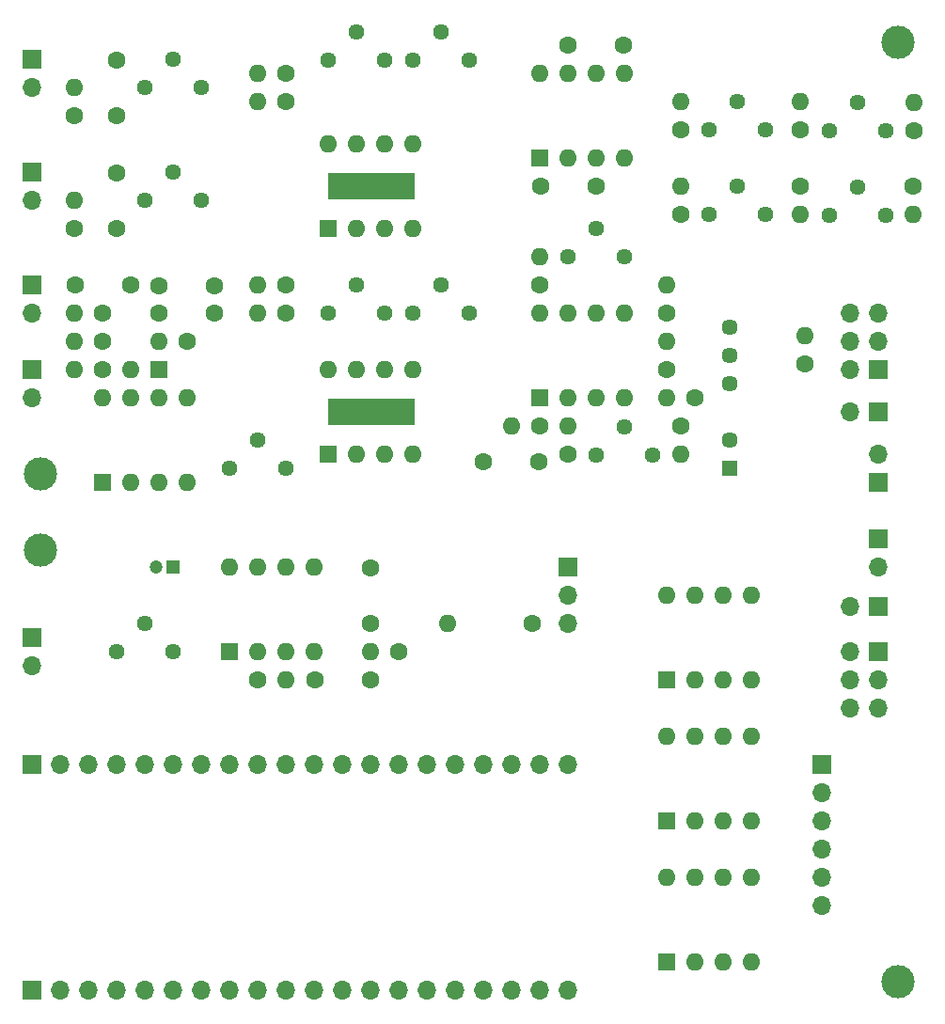
<source format=gbr>
%TF.GenerationSoftware,KiCad,Pcbnew,7.0.7*%
%TF.CreationDate,2023-11-02T14:39:43+09:00*%
%TF.ProjectId,tangnano20k-vectrex,74616e67-6e61-46e6-9f32-306b2d766563,rev?*%
%TF.SameCoordinates,Original*%
%TF.FileFunction,Soldermask,Bot*%
%TF.FilePolarity,Negative*%
%FSLAX46Y46*%
G04 Gerber Fmt 4.6, Leading zero omitted, Abs format (unit mm)*
G04 Created by KiCad (PCBNEW 7.0.7) date 2023-11-02 14:39:43*
%MOMM*%
%LPD*%
G01*
G04 APERTURE LIST*
%ADD10C,1.440000*%
%ADD11C,1.600000*%
%ADD12R,1.700000X1.700000*%
%ADD13O,1.700000X1.700000*%
%ADD14O,1.600000X1.600000*%
%ADD15R,1.600000X1.600000*%
%ADD16R,1.450000X1.450000*%
%ADD17C,1.450000*%
%ADD18R,7.874000X2.413000*%
%ADD19C,3.000000*%
%ADD20R,1.200000X1.200000*%
%ADD21C,1.200000*%
G04 APERTURE END LIST*
D10*
%TO.C,RV13*%
X20320000Y-41910000D03*
X22860000Y-39370000D03*
X25400000Y-41910000D03*
%TD*%
D11*
%TO.C,C26*%
X10160000Y-15320000D03*
X10160000Y-20320000D03*
%TD*%
D12*
%TO.C,J4*%
X78740000Y-48260000D03*
D13*
X78740000Y-50800000D03*
%TD*%
D11*
%TO.C,R25*%
X59690000Y-33020000D03*
D14*
X59690000Y-30480000D03*
%TD*%
D11*
%TO.C,R18*%
X62230000Y-35560000D03*
D14*
X59690000Y-35560000D03*
%TD*%
D12*
%TO.C,J11*%
X78740000Y-36830000D03*
D13*
X76200000Y-36830000D03*
%TD*%
D15*
%TO.C,U6*%
X48260000Y-13970000D03*
D14*
X50800000Y-13970000D03*
X53340000Y-13970000D03*
X55880000Y-13970000D03*
X55880000Y-6350000D03*
X53340000Y-6350000D03*
X50800000Y-6350000D03*
X48260000Y-6350000D03*
%TD*%
D11*
%TO.C,R4*%
X81930000Y-11505000D03*
D14*
X81930000Y-8965000D03*
%TD*%
D16*
%TO.C,PS1*%
X65405000Y-41910000D03*
D17*
X65405000Y-39370000D03*
X65405000Y-34290000D03*
X65405000Y-31750000D03*
X65405000Y-29210000D03*
%TD*%
D10*
%TO.C,RV7*%
X36830000Y-5155000D03*
X39370000Y-2615000D03*
X41910000Y-5155000D03*
%TD*%
D11*
%TO.C,R23*%
X8890000Y-30480000D03*
D14*
X6350000Y-30480000D03*
%TD*%
D12*
%TO.C,J7*%
X78740000Y-33020000D03*
D13*
X76200000Y-33020000D03*
X78740000Y-30480000D03*
X76200000Y-30480000D03*
X78740000Y-27940000D03*
X76200000Y-27940000D03*
%TD*%
D10*
%TO.C,RV12*%
X53355000Y-40715000D03*
X55895000Y-38175000D03*
X58435000Y-40715000D03*
%TD*%
D12*
%TO.C,J2*%
X2540000Y-88900000D03*
D13*
X5080000Y-88900000D03*
X7620000Y-88900000D03*
X10160000Y-88900000D03*
X12700000Y-88900000D03*
X15240000Y-88900000D03*
X17780000Y-88900000D03*
X20320000Y-88900000D03*
X22860000Y-88900000D03*
X25400000Y-88900000D03*
X27940000Y-88900000D03*
X30480000Y-88900000D03*
X33020000Y-88900000D03*
X35560000Y-88900000D03*
X38100000Y-88900000D03*
X40640000Y-88900000D03*
X43180000Y-88900000D03*
X45720000Y-88900000D03*
X48260000Y-88900000D03*
X50800000Y-88900000D03*
%TD*%
D11*
%TO.C,C27*%
X13970000Y-25480000D03*
X18970000Y-25480000D03*
%TD*%
%TO.C,R24*%
X59690000Y-27940000D03*
D14*
X59690000Y-25400000D03*
%TD*%
D18*
%TO.C,U8*%
X33147000Y-36830000D03*
D15*
X29210000Y-40640000D03*
D14*
X31750000Y-40640000D03*
X34290000Y-40640000D03*
X36830000Y-40640000D03*
X36830000Y-33020000D03*
X34290000Y-33020000D03*
X31750000Y-33020000D03*
X29210000Y-33020000D03*
%TD*%
D11*
%TO.C,C16*%
X53340000Y-16510000D03*
X48340000Y-16510000D03*
%TD*%
D12*
%TO.C,J1*%
X73660000Y-68580000D03*
D13*
X73660000Y-71120000D03*
X73660000Y-73660000D03*
X73660000Y-76200000D03*
X73660000Y-78740000D03*
X73660000Y-81280000D03*
%TD*%
D11*
%TO.C,R12*%
X25400000Y-25400000D03*
D14*
X22860000Y-25400000D03*
%TD*%
D11*
%TO.C,R26*%
X8890000Y-27940000D03*
D14*
X6350000Y-27940000D03*
%TD*%
D11*
%TO.C,R9*%
X60960000Y-19050000D03*
D14*
X60960000Y-16510000D03*
%TD*%
D19*
%TO.C,H2*%
X80518000Y-3556000D03*
%TD*%
D11*
%TO.C,R7*%
X71755000Y-16510000D03*
D14*
X71755000Y-19050000D03*
%TD*%
D10*
%TO.C,RV9*%
X36845000Y-27940000D03*
X39385000Y-25400000D03*
X41925000Y-27940000D03*
%TD*%
%TO.C,RV6*%
X29210000Y-5155000D03*
X31750000Y-2615000D03*
X34290000Y-5155000D03*
%TD*%
D12*
%TO.C,J5*%
X50800000Y-50800000D03*
D13*
X50800000Y-53340000D03*
X50800000Y-55880000D03*
%TD*%
D12*
%TO.C,J8*%
X2540000Y-5080000D03*
D13*
X2540000Y-7620000D03*
%TD*%
D11*
%TO.C,FB1*%
X72136000Y-32512000D03*
D14*
X72136000Y-29972000D03*
%TD*%
D11*
%TO.C,R15*%
X6350000Y-20320000D03*
D14*
X6350000Y-17780000D03*
%TD*%
D19*
%TO.C,H4*%
X80518000Y-88138000D03*
%TD*%
D12*
%TO.C,J13*%
X2540000Y-33020000D03*
D13*
X2540000Y-35560000D03*
%TD*%
D18*
%TO.C,U7*%
X33147000Y-16510000D03*
D15*
X29210000Y-20320000D03*
D14*
X31750000Y-20320000D03*
X34290000Y-20320000D03*
X36830000Y-20320000D03*
X36830000Y-12700000D03*
X34290000Y-12700000D03*
X31750000Y-12700000D03*
X29210000Y-12700000D03*
%TD*%
D15*
%TO.C,U4*%
X59690000Y-86360000D03*
D14*
X62230000Y-86360000D03*
X64770000Y-86360000D03*
X67310000Y-86360000D03*
X67310000Y-78740000D03*
X64770000Y-78740000D03*
X62230000Y-78740000D03*
X59690000Y-78740000D03*
%TD*%
D15*
%TO.C,U3*%
X59690000Y-73660000D03*
D14*
X62230000Y-73660000D03*
X64770000Y-73660000D03*
X67310000Y-73660000D03*
X67310000Y-66040000D03*
X64770000Y-66040000D03*
X62230000Y-66040000D03*
X59690000Y-66040000D03*
%TD*%
D11*
%TO.C,R5*%
X71755000Y-11430000D03*
D14*
X71755000Y-8890000D03*
%TD*%
D11*
%TO.C,R1*%
X47625000Y-55880000D03*
D14*
X40005000Y-55880000D03*
%TD*%
D11*
%TO.C,R21*%
X8890000Y-33020000D03*
D14*
X6350000Y-33020000D03*
%TD*%
D19*
%TO.C,H3*%
X3302000Y-49276000D03*
%TD*%
D11*
%TO.C,R13*%
X25400000Y-27940000D03*
D14*
X22860000Y-27940000D03*
%TD*%
D10*
%TO.C,RV14*%
X50800000Y-22860000D03*
X53340000Y-20320000D03*
X55880000Y-22860000D03*
%TD*%
D11*
%TO.C,R16*%
X60960000Y-38100000D03*
D14*
X60960000Y-40640000D03*
%TD*%
D12*
%TO.C,J3*%
X2540000Y-68580000D03*
D13*
X5080000Y-68580000D03*
X7620000Y-68580000D03*
X10160000Y-68580000D03*
X12700000Y-68580000D03*
X15240000Y-68580000D03*
X17780000Y-68580000D03*
X20320000Y-68580000D03*
X22860000Y-68580000D03*
X25400000Y-68580000D03*
X27940000Y-68580000D03*
X30480000Y-68580000D03*
X33020000Y-68580000D03*
X35560000Y-68580000D03*
X38100000Y-68580000D03*
X40640000Y-68580000D03*
X43180000Y-68580000D03*
X45720000Y-68580000D03*
X48260000Y-68580000D03*
X50800000Y-68580000D03*
%TD*%
D11*
%TO.C,R3*%
X35560000Y-58420000D03*
D14*
X33020000Y-58420000D03*
%TD*%
D10*
%TO.C,RV10*%
X12700000Y-7620000D03*
X15240000Y-5080000D03*
X17780000Y-7620000D03*
%TD*%
D11*
%TO.C,C15*%
X55800000Y-3810000D03*
X50800000Y-3810000D03*
%TD*%
%TO.C,R19*%
X48260000Y-38100000D03*
D14*
X45720000Y-38100000D03*
%TD*%
D11*
%TO.C,R6*%
X81915000Y-16510000D03*
D14*
X81915000Y-19050000D03*
%TD*%
D15*
%TO.C,U10*%
X8890000Y-43180000D03*
D14*
X11430000Y-43180000D03*
X13970000Y-43180000D03*
X16510000Y-43180000D03*
X16510000Y-35560000D03*
X13970000Y-35560000D03*
X11430000Y-35560000D03*
X8890000Y-35560000D03*
%TD*%
D11*
%TO.C,R11*%
X25400000Y-8890000D03*
D14*
X22860000Y-8890000D03*
%TD*%
D11*
%TO.C,R2*%
X22860000Y-60960000D03*
D14*
X25400000Y-60960000D03*
%TD*%
D12*
%TO.C,LS1*%
X2540000Y-57150000D03*
D13*
X2540000Y-59690000D03*
%TD*%
D12*
%TO.C,J9*%
X2540000Y-15240000D03*
D13*
X2540000Y-17780000D03*
%TD*%
D10*
%TO.C,RV5*%
X63500000Y-19050000D03*
X66040000Y-16510000D03*
X68580000Y-19050000D03*
%TD*%
D15*
%TO.C,U5*%
X20320000Y-58420000D03*
D14*
X22860000Y-58420000D03*
X25400000Y-58420000D03*
X27940000Y-58420000D03*
X27940000Y-50800000D03*
X25400000Y-50800000D03*
X22860000Y-50800000D03*
X20320000Y-50800000D03*
%TD*%
D10*
%TO.C,RV4*%
X63500000Y-11430000D03*
X66040000Y-8890000D03*
X68580000Y-11430000D03*
%TD*%
D15*
%TO.C,U2*%
X59690000Y-60960000D03*
D14*
X62230000Y-60960000D03*
X64770000Y-60960000D03*
X67310000Y-60960000D03*
X67310000Y-53340000D03*
X64770000Y-53340000D03*
X62230000Y-53340000D03*
X59690000Y-53340000D03*
%TD*%
D10*
%TO.C,RV11*%
X12700000Y-17780000D03*
X15240000Y-15240000D03*
X17780000Y-17780000D03*
%TD*%
D11*
%TO.C,R22*%
X16510000Y-30480000D03*
D14*
X13970000Y-30480000D03*
%TD*%
D12*
%TO.C,J10*%
X78740000Y-43180000D03*
D13*
X78740000Y-40640000D03*
%TD*%
D19*
%TO.C,H1*%
X3302000Y-42418000D03*
%TD*%
D11*
%TO.C,R20*%
X48260000Y-25400000D03*
D14*
X48260000Y-22860000D03*
%TD*%
D11*
%TO.C,C32*%
X13970000Y-27940000D03*
X18970000Y-27940000D03*
%TD*%
%TO.C,R8*%
X60960000Y-11430000D03*
D14*
X60960000Y-8890000D03*
%TD*%
D10*
%TO.C,RV8*%
X29225000Y-27940000D03*
X31765000Y-25400000D03*
X34305000Y-27940000D03*
%TD*%
D11*
%TO.C,C10*%
X28020000Y-60960000D03*
X33020000Y-60960000D03*
%TD*%
D10*
%TO.C,RV2*%
X74310000Y-11505000D03*
X76850000Y-8965000D03*
X79390000Y-11505000D03*
%TD*%
D11*
%TO.C,R17*%
X50800000Y-40640000D03*
D14*
X50800000Y-38100000D03*
%TD*%
D11*
%TO.C,C11*%
X33020000Y-50880000D03*
X33020000Y-55880000D03*
%TD*%
D20*
%TO.C,C12*%
X15240000Y-50800000D03*
D21*
X13740000Y-50800000D03*
%TD*%
D11*
%TO.C,C25*%
X10160000Y-5160000D03*
X10160000Y-10160000D03*
%TD*%
D15*
%TO.C,U9*%
X48260000Y-35560000D03*
D14*
X50800000Y-35560000D03*
X53340000Y-35560000D03*
X55880000Y-35560000D03*
X55880000Y-27940000D03*
X53340000Y-27940000D03*
X50800000Y-27940000D03*
X48260000Y-27940000D03*
%TD*%
D11*
%TO.C,R14*%
X6350000Y-10160000D03*
D14*
X6350000Y-7620000D03*
%TD*%
D11*
%TO.C,R10*%
X25400000Y-6350000D03*
D14*
X22860000Y-6350000D03*
%TD*%
D10*
%TO.C,RV3*%
X74310000Y-19125000D03*
X76850000Y-16585000D03*
X79390000Y-19125000D03*
%TD*%
D12*
%TO.C,J14*%
X2540000Y-25400000D03*
D13*
X2540000Y-27940000D03*
%TD*%
D11*
%TO.C,C28*%
X48180000Y-41275000D03*
X43180000Y-41275000D03*
%TD*%
D15*
%TO.C,D1*%
X13970000Y-33020000D03*
D14*
X11430000Y-33020000D03*
%TD*%
D10*
%TO.C,RV1*%
X10160000Y-58420000D03*
X12700000Y-55880000D03*
X15240000Y-58420000D03*
%TD*%
D11*
%TO.C,C35*%
X11430000Y-25400000D03*
X6430000Y-25400000D03*
%TD*%
D12*
%TO.C,J12*%
X78740000Y-54356000D03*
D13*
X76200000Y-54356000D03*
%TD*%
D12*
%TO.C,J6*%
X78740000Y-58420000D03*
D13*
X76200000Y-58420000D03*
X78740000Y-60960000D03*
X76200000Y-60960000D03*
X78740000Y-63500000D03*
X76200000Y-63500000D03*
%TD*%
M02*

</source>
